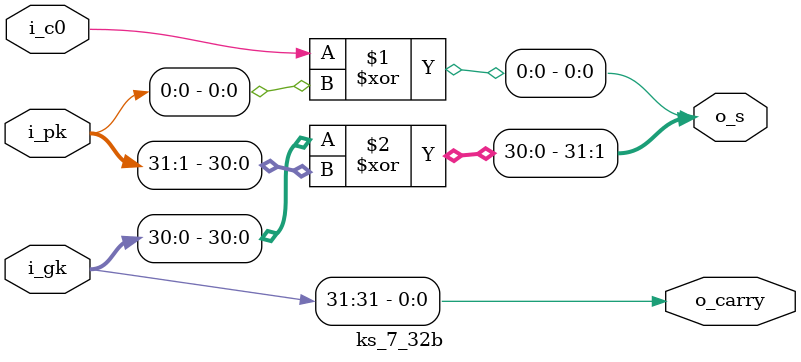
<source format=v>
`default_nettype none

module ks_7_32b(
  input  wire        i_c0,
  input  wire [31:0] i_pk,
  input  wire [31:0] i_gk,
  output wire [31:0] o_s,
  output wire        o_carry
);

assign o_carry   = i_gk[31];
assign o_s[0]    = i_c0 ^ i_pk[0];
assign o_s[31:1] = i_gk[30:0] ^ i_pk[31:1];

endmodule

</source>
